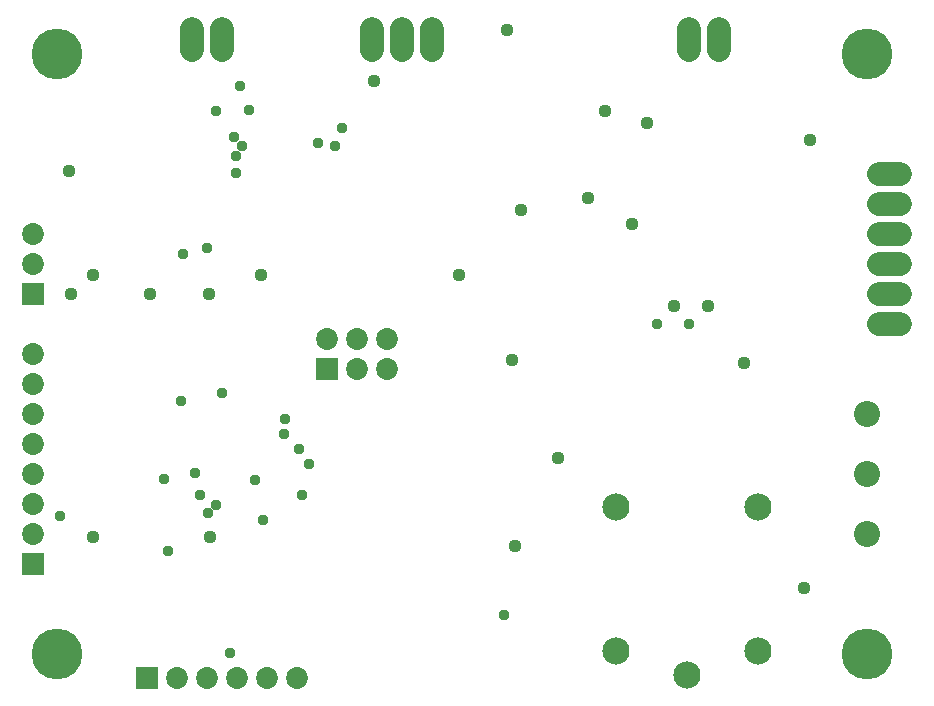
<source format=gbs>
G04 EAGLE Gerber RS-274X export*
G75*
%MOMM*%
%FSLAX34Y34*%
%LPD*%
%INBottom Solder Mask*%
%IPPOS*%
%AMOC8*
5,1,8,0,0,1.08239X$1,22.5*%
G01*
%ADD10R,1.854200X1.854200*%
%ADD11C,1.854200*%
%ADD12C,2.303200*%
%ADD13C,2.003200*%
%ADD14C,2.203200*%
%ADD15C,4.303200*%
%ADD16C,1.109600*%
%ADD17C,0.959600*%


D10*
X279400Y292100D03*
D11*
X304800Y292100D03*
X330200Y292100D03*
X330200Y317500D03*
X304800Y317500D03*
X279400Y317500D03*
D10*
X127000Y30480D03*
D11*
X152400Y30480D03*
X177800Y30480D03*
X203200Y30480D03*
X228600Y30480D03*
X254000Y30480D03*
D10*
X30480Y127000D03*
D11*
X30480Y152400D03*
X30480Y177800D03*
X30480Y203200D03*
X30480Y228600D03*
X30480Y254000D03*
X30480Y279400D03*
X30480Y304800D03*
D10*
X30480Y355600D03*
D11*
X30480Y381000D03*
X30480Y406400D03*
D12*
X524200Y53300D03*
X524200Y175300D03*
X644200Y53300D03*
X644200Y175300D03*
X584200Y33300D03*
D13*
X165100Y562500D02*
X165100Y580500D01*
X190500Y580500D02*
X190500Y562500D01*
X317500Y562500D02*
X317500Y580500D01*
X342900Y580500D02*
X342900Y562500D01*
X368300Y562500D02*
X368300Y580500D01*
D14*
X736350Y152189D03*
X736350Y202989D03*
X736350Y253789D03*
D13*
X746650Y330200D02*
X764650Y330200D01*
X764650Y355600D02*
X746650Y355600D01*
X746650Y381000D02*
X764650Y381000D01*
X764650Y406400D02*
X746650Y406400D01*
X746650Y431800D02*
X764650Y431800D01*
X764650Y457200D02*
X746650Y457200D01*
X585470Y562500D02*
X585470Y580500D01*
X610870Y580500D02*
X610870Y562500D01*
D15*
X50800Y558800D03*
X50800Y50800D03*
X736600Y50800D03*
X736600Y558800D03*
D16*
X500380Y436880D03*
D17*
X144780Y138430D03*
X177800Y394970D03*
X155702Y265430D03*
X218440Y198120D03*
X140970Y199390D03*
D16*
X60960Y459740D03*
X431800Y579120D03*
X435610Y299720D03*
X438150Y142240D03*
X683260Y106680D03*
X632460Y297180D03*
X688340Y486410D03*
D17*
X190500Y271780D03*
X171958Y185928D03*
X184912Y177292D03*
X178308Y170688D03*
X196850Y52070D03*
X167640Y204470D03*
X207010Y481330D03*
X213360Y511810D03*
X200660Y488950D03*
X205740Y532130D03*
X292100Y496570D03*
X285750Y481330D03*
X271780Y483870D03*
X185420Y510540D03*
X157480Y389890D03*
X243840Y250190D03*
X242570Y237490D03*
X255270Y224790D03*
X264160Y212090D03*
X429260Y83820D03*
X257810Y185420D03*
D16*
X474980Y217170D03*
X537210Y415290D03*
X391160Y372110D03*
X223520Y372110D03*
X81280Y372110D03*
X81280Y149860D03*
D17*
X224790Y164592D03*
X53340Y167640D03*
X201930Y472440D03*
X201930Y458470D03*
D16*
X443230Y426720D03*
X318770Y535940D03*
X572770Y345440D03*
X601980Y345440D03*
X180340Y149860D03*
X62230Y355600D03*
X129540Y355600D03*
X179070Y355600D03*
D17*
X558800Y330200D03*
X585470Y330200D03*
D16*
X514350Y510540D03*
X549910Y500380D03*
M02*

</source>
